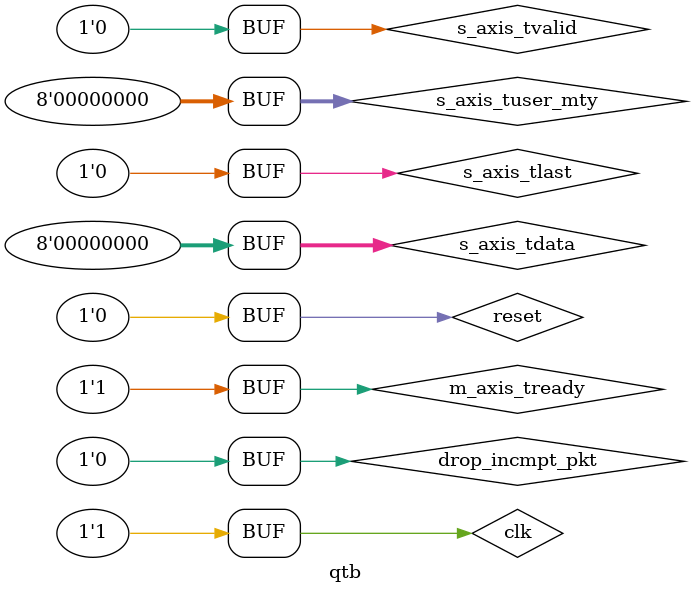
<source format=v>
`timescale 1ns / 1ps

module qtb;
	reg clk = 1;
	reg reset = 1;
	reg s_axis_tvalid = 0;
	reg [7:0] s_axis_tdata = 0;
	reg s_axis_tlast = 0;
	reg [7:0] s_axis_tuser_mty = 0;
	wire s_axis_tready;
	reg drop_incmpt_pkt = 0;
	
	wire m_axis_tvalid;
	wire [7:0] m_axis_tdata;
	wire m_axis_tlast;
	wire [7:0] m_axis_tuser_mty;
	reg m_axis_tready = 1;

always begin
	#5 clk = 0;
	#5 clk = 1;
end
	
initial begin

	#7 reset = 1;

	#23 reset = 0;
	
	#10 s_axis_tvalid = 1;s_axis_tdata = 'h00;s_axis_tlast = 0;s_axis_tuser_mty = 0;
	#10 s_axis_tvalid = 1;s_axis_tdata = 'h01;s_axis_tlast = 0;s_axis_tuser_mty = 0;
	#10 s_axis_tvalid = 1;s_axis_tdata = 'h02;s_axis_tlast = 0;s_axis_tuser_mty = 0;
	#10 s_axis_tvalid = 1;s_axis_tdata = 'h03;s_axis_tlast = 0;s_axis_tuser_mty = 0;
	#10 s_axis_tvalid = 1;s_axis_tdata = 'h04;s_axis_tlast = 0;s_axis_tuser_mty = 0;
	#10 s_axis_tvalid = 1;s_axis_tdata = 'h05;s_axis_tlast = 0;s_axis_tuser_mty = 0;
	#10 s_axis_tvalid = 1;s_axis_tdata = 'h06;s_axis_tlast = 0;s_axis_tuser_mty = 0;
	#10 s_axis_tvalid = 1;s_axis_tdata = 'h07;s_axis_tlast = 0;s_axis_tuser_mty = 0;
	#10 s_axis_tvalid = 1;s_axis_tdata = 'h08;s_axis_tlast = 0;s_axis_tuser_mty = 0;
	#10 s_axis_tvalid = 1;s_axis_tdata = 'h09;s_axis_tlast = 0;s_axis_tuser_mty = 0;m_axis_tready = 0;
	#10 s_axis_tvalid = 1;s_axis_tdata = 'h0a;s_axis_tlast = 0;s_axis_tuser_mty = 0;m_axis_tready = 0;
	#10 s_axis_tvalid = 1;s_axis_tdata = 'h0b;s_axis_tlast = 0;s_axis_tuser_mty = 0;
	#10 s_axis_tvalid = 1;s_axis_tdata = 'h0c;s_axis_tlast = 1;s_axis_tuser_mty = 'h01;
	
	#10 s_axis_tvalid = 0;s_axis_tdata = 'h00;s_axis_tlast = 0;s_axis_tuser_mty = 0;
	#10 s_axis_tvalid = 0;s_axis_tdata = 'h00;s_axis_tlast = 0;s_axis_tuser_mty = 0;
	#10 s_axis_tvalid = 0;s_axis_tdata = 'h00;s_axis_tlast = 0;s_axis_tuser_mty = 0;
	#10 s_axis_tvalid = 0;s_axis_tdata = 'h00;s_axis_tlast = 0;s_axis_tuser_mty = 0;
	#10 s_axis_tvalid = 0;s_axis_tdata = 'h00;s_axis_tlast = 0;s_axis_tuser_mty = 0;
	#10 s_axis_tvalid = 0;s_axis_tdata = 'h00;s_axis_tlast = 0;s_axis_tuser_mty = 0;
	#10 s_axis_tvalid = 0;s_axis_tdata = 'h00;s_axis_tlast = 0;s_axis_tuser_mty = 0;m_axis_tready = 0;
	#10 s_axis_tvalid = 0;s_axis_tdata = 'h00;s_axis_tlast = 0;s_axis_tuser_mty = 0;m_axis_tready = 0;
	#10 s_axis_tvalid = 0;s_axis_tdata = 'h00;s_axis_tlast = 0;s_axis_tuser_mty = 0;m_axis_tready = 0;
	#10 s_axis_tvalid = 0;s_axis_tdata = 'h00;s_axis_tlast = 0;s_axis_tuser_mty = 0;m_axis_tready = 0;
	#10 s_axis_tvalid = 0;s_axis_tdata = 'h00;s_axis_tlast = 0;s_axis_tuser_mty = 0;m_axis_tready = 0;
	#10 s_axis_tvalid = 0;s_axis_tdata = 'h00;s_axis_tlast = 0;s_axis_tuser_mty = 0;m_axis_tready = 0;
	#10 s_axis_tvalid = 0;s_axis_tdata = 'h00;s_axis_tlast = 0;s_axis_tuser_mty = 0;
	#10 s_axis_tvalid = 0;s_axis_tdata = 'h00;s_axis_tlast = 0;s_axis_tuser_mty = 0;
	#10 s_axis_tvalid = 0;s_axis_tdata = 'h00;s_axis_tlast = 0;s_axis_tuser_mty = 0;
	#10 s_axis_tvalid = 0;s_axis_tdata = 'h00;s_axis_tlast = 0;s_axis_tuser_mty = 0;
	#10 s_axis_tvalid = 0;s_axis_tdata = 'h00;s_axis_tlast = 0;s_axis_tuser_mty = 0;
	#10 s_axis_tvalid = 0;s_axis_tdata = 'h00;s_axis_tlast = 0;s_axis_tuser_mty = 0;
	#10 s_axis_tvalid = 0;s_axis_tdata = 'h00;s_axis_tlast = 0;s_axis_tuser_mty = 0;
	#10 s_axis_tvalid = 0;s_axis_tdata = 'h00;s_axis_tlast = 0;s_axis_tuser_mty = 0;
	#10 s_axis_tvalid = 0;s_axis_tdata = 'h00;s_axis_tlast = 0;s_axis_tuser_mty = 0;
	#10 s_axis_tvalid = 0;s_axis_tdata = 'h00;s_axis_tlast = 0;s_axis_tuser_mty = 0;
	
	
	#10 s_axis_tvalid = 1;s_axis_tdata = 'h01;s_axis_tlast = 0;s_axis_tuser_mty = 0;
	#10 s_axis_tvalid = 1;s_axis_tdata = 'h01;s_axis_tlast = 0;s_axis_tuser_mty = 0;
	#10 s_axis_tvalid = 1;s_axis_tdata = 'h02;s_axis_tlast = 0;s_axis_tuser_mty = 0;
	#10 s_axis_tvalid = 1;s_axis_tdata = 'h03;s_axis_tlast = 0;s_axis_tuser_mty = 0;
	#10 s_axis_tvalid = 1;s_axis_tdata = 'h04;s_axis_tlast = 0;s_axis_tuser_mty = 0;
	#10 s_axis_tvalid = 1;s_axis_tdata = 'h05;s_axis_tlast = 0;s_axis_tuser_mty = 0;
	#10 s_axis_tvalid = 1;s_axis_tdata = 'h06;s_axis_tlast = 0;s_axis_tuser_mty = 0;
	#10 s_axis_tvalid = 1;s_axis_tdata = 'h07;s_axis_tlast = 0;s_axis_tuser_mty = 0;
	#10 s_axis_tvalid = 1;s_axis_tdata = 'h08;s_axis_tlast = 0;s_axis_tuser_mty = 0;
	#10 s_axis_tvalid = 1;s_axis_tdata = 'h09;s_axis_tlast = 0;s_axis_tuser_mty = 0;
	#10 s_axis_tvalid = 1;s_axis_tdata = 'h0a;s_axis_tlast = 0;s_axis_tuser_mty = 0;
	#10 s_axis_tvalid = 1;s_axis_tdata = 'h0b;s_axis_tlast = 0;s_axis_tuser_mty = 0;
	#10 s_axis_tvalid = 1;s_axis_tdata = 'h0c;s_axis_tlast = 1;s_axis_tuser_mty = 'h02;
	
	#10 s_axis_tvalid = 1;s_axis_tdata = 'h02;s_axis_tlast = 0;s_axis_tuser_mty = 0;
	#10 s_axis_tvalid = 1;s_axis_tdata = 'h01;s_axis_tlast = 0;s_axis_tuser_mty = 0;
	#10 s_axis_tvalid = 1;s_axis_tdata = 'h02;s_axis_tlast = 0;s_axis_tuser_mty = 0;
	#10 s_axis_tvalid = 1;s_axis_tdata = 'h03;s_axis_tlast = 0;s_axis_tuser_mty = 0;
	#10 s_axis_tvalid = 1;s_axis_tdata = 'h04;s_axis_tlast = 0;s_axis_tuser_mty = 0;
	#10 s_axis_tvalid = 1;s_axis_tdata = 'h05;s_axis_tlast = 0;s_axis_tuser_mty = 0;
	#10 s_axis_tvalid = 1;s_axis_tdata = 'h06;s_axis_tlast = 0;s_axis_tuser_mty = 0;
	#10 s_axis_tvalid = 1;s_axis_tdata = 'h07;s_axis_tlast = 0;s_axis_tuser_mty = 0;
	#10 s_axis_tvalid = 1;s_axis_tdata = 'h08;s_axis_tlast = 0;s_axis_tuser_mty = 0;
	#10 s_axis_tvalid = 1;s_axis_tdata = 'h09;s_axis_tlast = 0;s_axis_tuser_mty = 0;
	#10 s_axis_tvalid = 1;s_axis_tdata = 'h0a;s_axis_tlast = 0;s_axis_tuser_mty = 0;
	#10 s_axis_tvalid = 1;s_axis_tdata = 'h0b;s_axis_tlast = 0;s_axis_tuser_mty = 0;
	#10 s_axis_tvalid = 1;s_axis_tdata = 'h0c;s_axis_tlast = 1;s_axis_tuser_mty = 'h03;

	#10 s_axis_tvalid = 1;s_axis_tdata = 'h03;s_axis_tlast = 0;s_axis_tuser_mty = 0;
	#10 s_axis_tvalid = 1;s_axis_tdata = 'h01;s_axis_tlast = 0;s_axis_tuser_mty = 0;
	#10 s_axis_tvalid = 1;s_axis_tdata = 'h02;s_axis_tlast = 0;s_axis_tuser_mty = 0;
	#10 s_axis_tvalid = 1;s_axis_tdata = 'h03;s_axis_tlast = 0;s_axis_tuser_mty = 0;
	#10 s_axis_tvalid = 1;s_axis_tdata = 'h04;s_axis_tlast = 0;s_axis_tuser_mty = 0;
	#10 s_axis_tvalid = 1;s_axis_tdata = 'h05;s_axis_tlast = 0;s_axis_tuser_mty = 0;
	#10 s_axis_tvalid = 1;s_axis_tdata = 'h06;s_axis_tlast = 0;s_axis_tuser_mty = 0;
	#10 s_axis_tvalid = 1;s_axis_tdata = 'h07;s_axis_tlast = 0;s_axis_tuser_mty = 0;
	#10 s_axis_tvalid = 1;s_axis_tdata = 'h08;s_axis_tlast = 0;s_axis_tuser_mty = 0;
	#10 s_axis_tvalid = 1;s_axis_tdata = 'h09;s_axis_tlast = 0;s_axis_tuser_mty = 0;
	#10 s_axis_tvalid = 1;s_axis_tdata = 'h0a;s_axis_tlast = 0;s_axis_tuser_mty = 0;
	#10 s_axis_tvalid = 1;s_axis_tdata = 'h0b;s_axis_tlast = 0;s_axis_tuser_mty = 0;
	#10 s_axis_tvalid = 1;s_axis_tdata = 'h0c;s_axis_tlast = 1;s_axis_tuser_mty = 'h04;
	
	#10 s_axis_tvalid = 1;s_axis_tdata = 'h04;s_axis_tlast = 0;s_axis_tuser_mty = 0;
	#10 s_axis_tvalid = 1;s_axis_tdata = 'h01;s_axis_tlast = 0;s_axis_tuser_mty = 0;
	#10 s_axis_tvalid = 1;s_axis_tdata = 'h02;s_axis_tlast = 0;s_axis_tuser_mty = 0;
	#10 s_axis_tvalid = 1;s_axis_tdata = 'h03;s_axis_tlast = 0;s_axis_tuser_mty = 0;
	#10 s_axis_tvalid = 1;s_axis_tdata = 'h04;s_axis_tlast = 0;s_axis_tuser_mty = 0;
	#10 s_axis_tvalid = 1;s_axis_tdata = 'h05;s_axis_tlast = 0;s_axis_tuser_mty = 0;
	#10 s_axis_tvalid = 1;s_axis_tdata = 'h06;s_axis_tlast = 0;s_axis_tuser_mty = 0;
	#10 s_axis_tvalid = 1;s_axis_tdata = 'h07;s_axis_tlast = 0;s_axis_tuser_mty = 0;
	#10 s_axis_tvalid = 1;s_axis_tdata = 'h08;s_axis_tlast = 0;s_axis_tuser_mty = 0;
	#10 s_axis_tvalid = 1;s_axis_tdata = 'h09;s_axis_tlast = 0;s_axis_tuser_mty = 0;
	#10 s_axis_tvalid = 1;s_axis_tdata = 'h0a;s_axis_tlast = 0;s_axis_tuser_mty = 0;
	#10 s_axis_tvalid = 1;s_axis_tdata = 'h0b;s_axis_tlast = 0;s_axis_tuser_mty = 0;
	#10 s_axis_tvalid = 1;s_axis_tdata = 'h0c;s_axis_tlast = 1;s_axis_tuser_mty = 'h05;drop_incmpt_pkt = 1;
	
	#10 s_axis_tvalid = 1;s_axis_tdata = 'h05;s_axis_tlast = 0;s_axis_tuser_mty = 0;drop_incmpt_pkt = 0;
	#10 s_axis_tvalid = 1;s_axis_tdata = 'h01;s_axis_tlast = 0;s_axis_tuser_mty = 0;
	#10 s_axis_tvalid = 1;s_axis_tdata = 'h02;s_axis_tlast = 0;s_axis_tuser_mty = 0;
	#10 s_axis_tvalid = 1;s_axis_tdata = 'h03;s_axis_tlast = 0;s_axis_tuser_mty = 0;
	#10 s_axis_tvalid = 1;s_axis_tdata = 'h04;s_axis_tlast = 0;s_axis_tuser_mty = 0;
	#10 s_axis_tvalid = 1;s_axis_tdata = 'h05;s_axis_tlast = 0;s_axis_tuser_mty = 0;
	#10 s_axis_tvalid = 1;s_axis_tdata = 'h06;s_axis_tlast = 0;s_axis_tuser_mty = 0;
	#10 s_axis_tvalid = 1;s_axis_tdata = 'h07;s_axis_tlast = 0;s_axis_tuser_mty = 0;
	#10 s_axis_tvalid = 1;s_axis_tdata = 'h08;s_axis_tlast = 0;s_axis_tuser_mty = 0;
	#10 s_axis_tvalid = 1;s_axis_tdata = 'h09;s_axis_tlast = 0;s_axis_tuser_mty = 0;
	#10 s_axis_tvalid = 1;s_axis_tdata = 'h0a;s_axis_tlast = 0;s_axis_tuser_mty = 0;
	#10 s_axis_tvalid = 1;s_axis_tdata = 'h0b;s_axis_tlast = 0;s_axis_tuser_mty = 0;
	#10 s_axis_tvalid = 1;s_axis_tdata = 'h0c;s_axis_tlast = 1;s_axis_tuser_mty = 'h06;m_axis_tready = 1;drop_incmpt_pkt = 1;
	
	#10 s_axis_tvalid = 0;s_axis_tdata = 'h00;s_axis_tlast = 0;s_axis_tuser_mty = 0;drop_incmpt_pkt = 0;
	

end


queue#()queue_inst(
		.s_axis_tvalid(s_axis_tvalid),
		.s_axis_tdata(s_axis_tdata),
        .s_axis_tlast(s_axis_tlast),
		.s_axis_tuser_mty(s_axis_tuser_mty),
		.s_axis_tready(s_axis_tready),//()
		
		.drop_incmpt_pkt(drop_incmpt_pkt),
   
        .m_axis_tvalid(m_axis_tvalid),
        .m_axis_tdata(m_axis_tdata),
        .m_axis_tlast(m_axis_tlast),
        .m_axis_tuser_mty(m_axis_tuser_mty),
        .m_axis_tready(m_axis_tready),
        
        .areset(reset),
        .aclk(clk)
        
	);
	
	
endmodule

</source>
